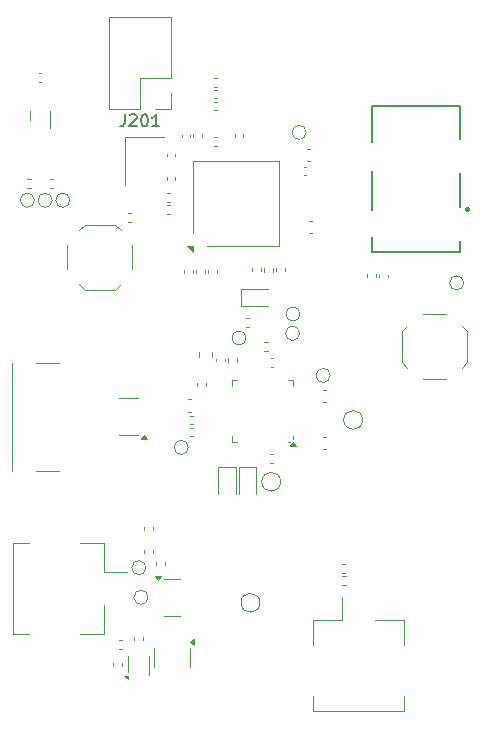
<source format=gbr>
G04 #@! TF.GenerationSoftware,KiCad,Pcbnew,8.0.9-8.0.9-0~ubuntu24.04.1*
G04 #@! TF.CreationDate,2025-04-11T12:42:37+02:00*
G04 #@! TF.ProjectId,Sensor_Nodes,53656e73-6f72-45f4-9e6f-6465732e6b69,rev?*
G04 #@! TF.SameCoordinates,Original*
G04 #@! TF.FileFunction,Legend,Top*
G04 #@! TF.FilePolarity,Positive*
%FSLAX46Y46*%
G04 Gerber Fmt 4.6, Leading zero omitted, Abs format (unit mm)*
G04 Created by KiCad (PCBNEW 8.0.9-8.0.9-0~ubuntu24.04.1) date 2025-04-11 12:42:37*
%MOMM*%
%LPD*%
G01*
G04 APERTURE LIST*
%ADD10C,0.150000*%
%ADD11C,0.120000*%
%ADD12C,0.127000*%
%ADD13C,0.240000*%
G04 APERTURE END LIST*
D10*
X94784285Y-80855819D02*
X94784285Y-81570104D01*
X94784285Y-81570104D02*
X94736666Y-81712961D01*
X94736666Y-81712961D02*
X94641428Y-81808200D01*
X94641428Y-81808200D02*
X94498571Y-81855819D01*
X94498571Y-81855819D02*
X94403333Y-81855819D01*
X95212857Y-80951057D02*
X95260476Y-80903438D01*
X95260476Y-80903438D02*
X95355714Y-80855819D01*
X95355714Y-80855819D02*
X95593809Y-80855819D01*
X95593809Y-80855819D02*
X95689047Y-80903438D01*
X95689047Y-80903438D02*
X95736666Y-80951057D01*
X95736666Y-80951057D02*
X95784285Y-81046295D01*
X95784285Y-81046295D02*
X95784285Y-81141533D01*
X95784285Y-81141533D02*
X95736666Y-81284390D01*
X95736666Y-81284390D02*
X95165238Y-81855819D01*
X95165238Y-81855819D02*
X95784285Y-81855819D01*
X96403333Y-80855819D02*
X96498571Y-80855819D01*
X96498571Y-80855819D02*
X96593809Y-80903438D01*
X96593809Y-80903438D02*
X96641428Y-80951057D01*
X96641428Y-80951057D02*
X96689047Y-81046295D01*
X96689047Y-81046295D02*
X96736666Y-81236771D01*
X96736666Y-81236771D02*
X96736666Y-81474866D01*
X96736666Y-81474866D02*
X96689047Y-81665342D01*
X96689047Y-81665342D02*
X96641428Y-81760580D01*
X96641428Y-81760580D02*
X96593809Y-81808200D01*
X96593809Y-81808200D02*
X96498571Y-81855819D01*
X96498571Y-81855819D02*
X96403333Y-81855819D01*
X96403333Y-81855819D02*
X96308095Y-81808200D01*
X96308095Y-81808200D02*
X96260476Y-81760580D01*
X96260476Y-81760580D02*
X96212857Y-81665342D01*
X96212857Y-81665342D02*
X96165238Y-81474866D01*
X96165238Y-81474866D02*
X96165238Y-81236771D01*
X96165238Y-81236771D02*
X96212857Y-81046295D01*
X96212857Y-81046295D02*
X96260476Y-80951057D01*
X96260476Y-80951057D02*
X96308095Y-80903438D01*
X96308095Y-80903438D02*
X96403333Y-80855819D01*
X97689047Y-81855819D02*
X97117619Y-81855819D01*
X97403333Y-81855819D02*
X97403333Y-80855819D01*
X97403333Y-80855819D02*
X97308095Y-80998676D01*
X97308095Y-80998676D02*
X97212857Y-81093914D01*
X97212857Y-81093914D02*
X97117619Y-81141533D01*
D11*
X100567836Y-107401000D02*
X100352164Y-107401000D01*
X100567836Y-108121000D02*
X100352164Y-108121000D01*
X98350000Y-84413836D02*
X98350000Y-84198164D01*
X99070000Y-84413836D02*
X99070000Y-84198164D01*
X116350000Y-94423164D02*
X116350000Y-94638836D01*
X117070000Y-94423164D02*
X117070000Y-94638836D01*
X98587836Y-88546000D02*
X98372164Y-88546000D01*
X98587836Y-89266000D02*
X98372164Y-89266000D01*
X107152164Y-101501000D02*
X107367836Y-101501000D01*
X107152164Y-102221000D02*
X107367836Y-102221000D01*
X87140000Y-88133500D02*
G75*
G02*
X85940000Y-88133500I-600000J0D01*
G01*
X85940000Y-88133500D02*
G75*
G02*
X87140000Y-88133500I600000J0D01*
G01*
X97220000Y-126858500D02*
X97220000Y-126058500D01*
X97220000Y-126858500D02*
X97220000Y-127658500D01*
X100340000Y-126858500D02*
X100340000Y-126058500D01*
X100340000Y-126858500D02*
X100340000Y-127658500D01*
X100620000Y-125798500D02*
X100290000Y-125558500D01*
X100620000Y-125318500D01*
X100620000Y-125798500D01*
G36*
X100620000Y-125798500D02*
G01*
X100290000Y-125558500D01*
X100620000Y-125318500D01*
X100620000Y-125798500D01*
G37*
X89930000Y-93946000D02*
X89930000Y-91946000D01*
X90930000Y-90646000D02*
X91380000Y-90196000D01*
X90930000Y-95246000D02*
X91380000Y-95696000D01*
X93980000Y-90196000D02*
X91380000Y-90196000D01*
X93980000Y-95696000D02*
X91380000Y-95696000D01*
X94430000Y-90646000D02*
X93980000Y-90196000D01*
X94430000Y-95246000D02*
X93980000Y-95696000D01*
X95430000Y-93946000D02*
X95430000Y-91946000D01*
X102550000Y-101768836D02*
X102550000Y-101553164D01*
X103270000Y-101768836D02*
X103270000Y-101553164D01*
X115330000Y-94674641D02*
X115330000Y-94367359D01*
X116090000Y-94674641D02*
X116090000Y-94367359D01*
X96760000Y-121751000D02*
G75*
G02*
X95560000Y-121751000I-600000J0D01*
G01*
X95560000Y-121751000D02*
G75*
G02*
X96760000Y-121751000I600000J0D01*
G01*
X98587836Y-87546000D02*
X98372164Y-87546000D01*
X98587836Y-88266000D02*
X98372164Y-88266000D01*
X95570000Y-125358836D02*
X95570000Y-125143164D01*
X96290000Y-125358836D02*
X96290000Y-125143164D01*
X100590000Y-84790000D02*
X100590000Y-90880000D01*
X101720000Y-92010000D02*
X107810000Y-92010000D01*
X107810000Y-84790000D02*
X100590000Y-84790000D01*
X107810000Y-92010000D02*
X107810000Y-84790000D01*
X100590000Y-92510000D02*
X100090000Y-92010000D01*
X100590000Y-92010000D01*
X100590000Y-92510000D01*
G36*
X100590000Y-92510000D02*
G01*
X100090000Y-92010000D01*
X100590000Y-92010000D01*
X100590000Y-92510000D01*
G37*
X86501359Y-86328500D02*
X86808641Y-86328500D01*
X86501359Y-87088500D02*
X86808641Y-87088500D01*
X94256359Y-125353500D02*
X94563641Y-125353500D01*
X94256359Y-126113500D02*
X94563641Y-126113500D01*
X98780000Y-120201000D02*
X98130000Y-120201000D01*
X98780000Y-120201000D02*
X99430000Y-120201000D01*
X98780000Y-123321000D02*
X98130000Y-123321000D01*
X98780000Y-123321000D02*
X99430000Y-123321000D01*
X97617500Y-120251000D02*
X97377500Y-119921000D01*
X97857500Y-119921000D01*
X97617500Y-120251000D01*
G36*
X97617500Y-120251000D02*
G01*
X97377500Y-119921000D01*
X97857500Y-119921000D01*
X97617500Y-120251000D01*
G37*
X105026359Y-98121000D02*
X105333641Y-98121000D01*
X105026359Y-98881000D02*
X105333641Y-98881000D01*
X114920000Y-106731000D02*
G75*
G02*
X113320000Y-106731000I-800000J0D01*
G01*
X113320000Y-106731000D02*
G75*
G02*
X114920000Y-106731000I800000J0D01*
G01*
X88640000Y-88133500D02*
G75*
G02*
X87440000Y-88133500I-600000J0D01*
G01*
X87440000Y-88133500D02*
G75*
G02*
X88640000Y-88133500I600000J0D01*
G01*
X107985000Y-111971000D02*
G75*
G02*
X106385000Y-111971000I-800000J0D01*
G01*
X106385000Y-111971000D02*
G75*
G02*
X107985000Y-111971000I800000J0D01*
G01*
X95110000Y-104911000D02*
X94310000Y-104911000D01*
X95110000Y-104911000D02*
X95910000Y-104911000D01*
X95110000Y-108031000D02*
X94310000Y-108031000D01*
X95110000Y-108031000D02*
X95910000Y-108031000D01*
X96650000Y-108311000D02*
X96170000Y-108311000D01*
X96410000Y-107981000D01*
X96650000Y-108311000D01*
G36*
X96650000Y-108311000D02*
G01*
X96170000Y-108311000D01*
X96410000Y-107981000D01*
X96650000Y-108311000D01*
G37*
X98350000Y-86198164D02*
X98350000Y-86413836D01*
X99070000Y-86198164D02*
X99070000Y-86413836D01*
X107082164Y-109631000D02*
X107297836Y-109631000D01*
X107082164Y-110351000D02*
X107297836Y-110351000D01*
X100385580Y-105001000D02*
X100104420Y-105001000D01*
X100385580Y-106021000D02*
X100104420Y-106021000D01*
X93800000Y-127297359D02*
X93800000Y-127604641D01*
X94560000Y-127297359D02*
X94560000Y-127604641D01*
X113473641Y-118911000D02*
X113166359Y-118911000D01*
X113473641Y-119671000D02*
X113166359Y-119671000D01*
X106590000Y-93867359D02*
X106590000Y-94174641D01*
X107350000Y-93867359D02*
X107350000Y-94174641D01*
X109590000Y-99401000D02*
G75*
G02*
X108390000Y-99401000I-600000J0D01*
G01*
X108390000Y-99401000D02*
G75*
G02*
X109590000Y-99401000I600000J0D01*
G01*
X110150000Y-82391000D02*
G75*
G02*
X108950000Y-82391000I-600000J0D01*
G01*
X108950000Y-82391000D02*
G75*
G02*
X110150000Y-82391000I600000J0D01*
G01*
X100567836Y-106401000D02*
X100352164Y-106401000D01*
X100567836Y-107121000D02*
X100352164Y-107121000D01*
D12*
X115687050Y-80161000D02*
X123142950Y-80161000D01*
X115687050Y-83231000D02*
X115687050Y-80161000D01*
X115687050Y-88981000D02*
X115687050Y-85631000D01*
X115687050Y-92501000D02*
X115687050Y-91281000D01*
X123142950Y-80161000D02*
X123142950Y-82981000D01*
X123142950Y-85831000D02*
X123142950Y-88681000D01*
X123142950Y-91581000D02*
X123142950Y-92501000D01*
X123142950Y-92501000D02*
X115687050Y-92501000D01*
D13*
X123916280Y-88931000D02*
G75*
G02*
X123676280Y-88931000I-120000J0D01*
G01*
X123676280Y-88931000D02*
G75*
G02*
X123916280Y-88931000I120000J0D01*
G01*
D11*
X113176359Y-119911000D02*
X113483641Y-119911000D01*
X113176359Y-120671000D02*
X113483641Y-120671000D01*
X103825000Y-103361000D02*
X103825000Y-103836000D01*
X103825000Y-108581000D02*
X103825000Y-108106000D01*
X104300000Y-103361000D02*
X103825000Y-103361000D01*
X104300000Y-108581000D02*
X103825000Y-108581000D01*
X108570000Y-103361000D02*
X109045000Y-103361000D01*
X108570000Y-108581000D02*
X108745000Y-108581000D01*
X109045000Y-103361000D02*
X109045000Y-103836000D01*
X109045000Y-108106000D02*
X109045000Y-108341000D01*
X109285000Y-108911000D02*
X108805000Y-108911000D01*
X109045000Y-108581000D01*
X109285000Y-108911000D01*
G36*
X109285000Y-108911000D02*
G01*
X108805000Y-108911000D01*
X109045000Y-108581000D01*
X109285000Y-108911000D01*
G37*
X107620000Y-93893164D02*
X107620000Y-94108836D01*
X108340000Y-93893164D02*
X108340000Y-94108836D01*
X86760000Y-81308500D02*
X86760000Y-80558500D01*
X88480000Y-82058500D02*
X88480000Y-80558500D01*
X101107500Y-101418258D02*
X101107500Y-100943742D01*
X102152500Y-101418258D02*
X102152500Y-100943742D01*
X85350000Y-117151000D02*
X85350000Y-124871000D01*
X85350000Y-124871000D02*
X86650000Y-124871000D01*
X86650000Y-117151000D02*
X85350000Y-117151000D01*
X90970000Y-117151000D02*
X93070000Y-117151000D01*
X90970000Y-124871000D02*
X93070000Y-124871000D01*
X93070000Y-117151000D02*
X93070000Y-119601000D01*
X93070000Y-119601000D02*
X94960000Y-119601000D01*
X93070000Y-124871000D02*
X93070000Y-122421000D01*
X100850000Y-94048164D02*
X100850000Y-94263836D01*
X101570000Y-94048164D02*
X101570000Y-94263836D01*
X95030000Y-128096000D02*
X95030000Y-126736000D01*
X96830000Y-128301000D02*
X96830000Y-126731000D01*
X95030000Y-128696000D02*
X94750000Y-128416000D01*
X95030000Y-128416000D01*
X95030000Y-128696000D01*
G36*
X95030000Y-128696000D02*
G01*
X94750000Y-128416000D01*
X95030000Y-128416000D01*
X95030000Y-128696000D01*
G37*
X97460000Y-118747359D02*
X97460000Y-119054641D01*
X98220000Y-118747359D02*
X98220000Y-119054641D01*
X102557836Y-78791000D02*
X102342164Y-78791000D01*
X102557836Y-79511000D02*
X102342164Y-79511000D01*
X104450000Y-110698500D02*
X104450000Y-112983500D01*
X105920000Y-110698500D02*
X104450000Y-110698500D01*
X105920000Y-112983500D02*
X105920000Y-110698500D01*
X100170000Y-109061000D02*
G75*
G02*
X98970000Y-109061000I-600000J0D01*
G01*
X98970000Y-109061000D02*
G75*
G02*
X100170000Y-109061000I600000J0D01*
G01*
X102557836Y-77791000D02*
X102342164Y-77791000D01*
X102557836Y-78511000D02*
X102342164Y-78511000D01*
X109922164Y-85291000D02*
X110137836Y-85291000D01*
X109922164Y-86011000D02*
X110137836Y-86011000D01*
X105587500Y-93910664D02*
X105587500Y-94126336D01*
X106307500Y-93910664D02*
X106307500Y-94126336D01*
X94810000Y-82806000D02*
X94810000Y-86806000D01*
X98110000Y-82806000D02*
X94810000Y-82806000D01*
X111544420Y-108211000D02*
X111825580Y-108211000D01*
X111544420Y-109231000D02*
X111825580Y-109231000D01*
X102557836Y-79791000D02*
X102342164Y-79791000D01*
X102557836Y-80511000D02*
X102342164Y-80511000D01*
X99840000Y-94053164D02*
X99840000Y-94268836D01*
X100560000Y-94053164D02*
X100560000Y-94268836D01*
X101875000Y-94048164D02*
X101875000Y-94263836D01*
X102595000Y-94048164D02*
X102595000Y-94263836D01*
X118265000Y-101846000D02*
X118265000Y-99246000D01*
X118715000Y-98796000D02*
X118265000Y-99246000D01*
X118715000Y-102296000D02*
X118265000Y-101846000D01*
X120015000Y-97796000D02*
X122015000Y-97796000D01*
X120015000Y-103296000D02*
X122015000Y-103296000D01*
X123315000Y-98796000D02*
X123765000Y-99246000D01*
X123315000Y-102296000D02*
X123765000Y-101846000D01*
X123765000Y-101846000D02*
X123765000Y-99246000D01*
X105060000Y-99801000D02*
G75*
G02*
X103860000Y-99801000I-600000J0D01*
G01*
X103860000Y-99801000D02*
G75*
G02*
X105060000Y-99801000I600000J0D01*
G01*
X100910000Y-103828836D02*
X100910000Y-103613164D01*
X101630000Y-103828836D02*
X101630000Y-103613164D01*
X106923641Y-100141000D02*
X106616359Y-100141000D01*
X106923641Y-100901000D02*
X106616359Y-100901000D01*
X102557836Y-82791000D02*
X102342164Y-82791000D01*
X102557836Y-83511000D02*
X102342164Y-83511000D01*
X104100000Y-82763836D02*
X104100000Y-82548164D01*
X104820000Y-82763836D02*
X104820000Y-82548164D01*
X85255000Y-111051000D02*
X85255000Y-101891000D01*
X87285000Y-111051000D02*
X89205000Y-111051000D01*
X89205000Y-101891000D02*
X87285000Y-101891000D01*
X96450000Y-116094641D02*
X96450000Y-115787359D01*
X97210000Y-116094641D02*
X97210000Y-115787359D01*
X100600000Y-82763836D02*
X100600000Y-82548164D01*
X101320000Y-82763836D02*
X101320000Y-82548164D01*
X95026359Y-89231000D02*
X95333641Y-89231000D01*
X95026359Y-89991000D02*
X95333641Y-89991000D01*
X110730000Y-123651000D02*
X113180000Y-123651000D01*
X110730000Y-125751000D02*
X110730000Y-123651000D01*
X110730000Y-130071000D02*
X110730000Y-131371000D01*
X110730000Y-131371000D02*
X118450000Y-131371000D01*
X113180000Y-123651000D02*
X113180000Y-121761000D01*
X118450000Y-123651000D02*
X116000000Y-123651000D01*
X118450000Y-125751000D02*
X118450000Y-123651000D01*
X118450000Y-131371000D02*
X118450000Y-130071000D01*
X110379420Y-89911000D02*
X110660580Y-89911000D01*
X110379420Y-90931000D02*
X110660580Y-90931000D01*
X112185000Y-102971000D02*
G75*
G02*
X110985000Y-102971000I-600000J0D01*
G01*
X110985000Y-102971000D02*
G75*
G02*
X112185000Y-102971000I600000J0D01*
G01*
X111544420Y-104211000D02*
X111825580Y-104211000D01*
X111544420Y-105231000D02*
X111825580Y-105231000D01*
X103540000Y-101829641D02*
X103540000Y-101522359D01*
X104300000Y-101829641D02*
X104300000Y-101522359D01*
X106230000Y-122211000D02*
G75*
G02*
X104630000Y-122211000I-800000J0D01*
G01*
X104630000Y-122211000D02*
G75*
G02*
X106230000Y-122211000I800000J0D01*
G01*
X109630000Y-97771000D02*
G75*
G02*
X108430000Y-97771000I-600000J0D01*
G01*
X108430000Y-97771000D02*
G75*
G02*
X109630000Y-97771000I600000J0D01*
G01*
X93470000Y-80401000D02*
X93470000Y-72661000D01*
X96070000Y-77801000D02*
X96070000Y-80401000D01*
X96070000Y-80401000D02*
X93470000Y-80401000D01*
X98670000Y-72661000D02*
X93470000Y-72661000D01*
X98670000Y-77801000D02*
X96070000Y-77801000D01*
X98670000Y-77801000D02*
X98670000Y-72661000D01*
X98670000Y-79071000D02*
X98670000Y-80401000D01*
X98670000Y-80401000D02*
X97340000Y-80401000D01*
X88728641Y-86328500D02*
X88421359Y-86328500D01*
X88728641Y-87088500D02*
X88421359Y-87088500D01*
X99600000Y-82783836D02*
X99600000Y-82568164D01*
X100320000Y-82783836D02*
X100320000Y-82568164D01*
X104655000Y-95626000D02*
X104655000Y-97096000D01*
X104655000Y-97096000D02*
X106940000Y-97096000D01*
X106940000Y-95626000D02*
X104655000Y-95626000D01*
X96450000Y-118034641D02*
X96450000Y-117727359D01*
X97210000Y-118034641D02*
X97210000Y-117727359D01*
X110181920Y-83783500D02*
X110463080Y-83783500D01*
X110181920Y-84803500D02*
X110463080Y-84803500D01*
X102705000Y-110713500D02*
X102705000Y-112998500D01*
X104175000Y-110713500D02*
X102705000Y-110713500D01*
X104175000Y-112998500D02*
X104175000Y-110713500D01*
X87727836Y-77398500D02*
X87512164Y-77398500D01*
X87727836Y-78118500D02*
X87512164Y-78118500D01*
X96580000Y-119251000D02*
G75*
G02*
X95380000Y-119251000I-600000J0D01*
G01*
X95380000Y-119251000D02*
G75*
G02*
X96580000Y-119251000I600000J0D01*
G01*
X90140000Y-88133500D02*
G75*
G02*
X88940000Y-88133500I-600000J0D01*
G01*
X88940000Y-88133500D02*
G75*
G02*
X90140000Y-88133500I600000J0D01*
G01*
X123490000Y-95131000D02*
G75*
G02*
X122290000Y-95131000I-600000J0D01*
G01*
X122290000Y-95131000D02*
G75*
G02*
X123490000Y-95131000I600000J0D01*
G01*
M02*

</source>
